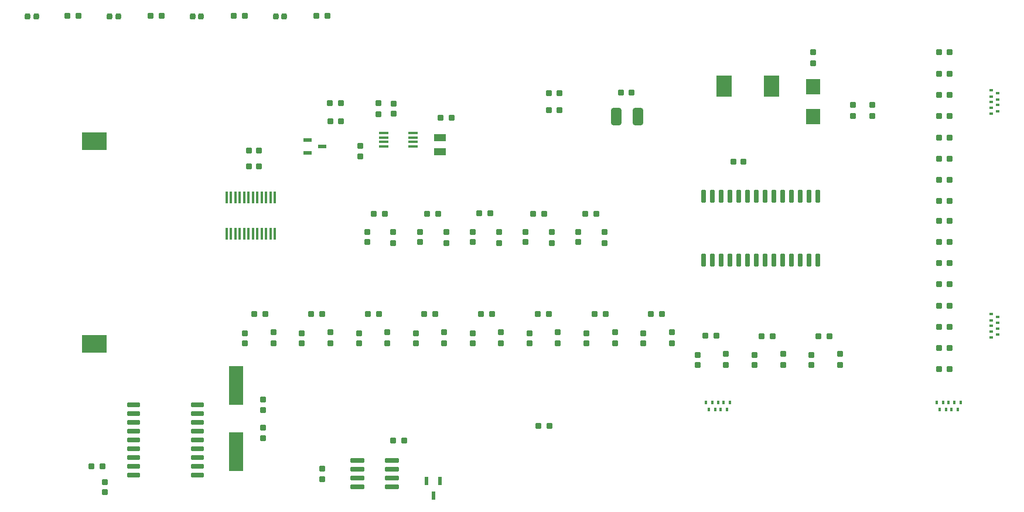
<source format=gtp>
G04*
G04 #@! TF.GenerationSoftware,Altium Limited,Altium Designer,22.11.1 (43)*
G04*
G04 Layer_Color=8421504*
%FSLAX44Y44*%
%MOMM*%
G71*
G04*
G04 #@! TF.SameCoordinates,7B4F1FB2-3D38-43E9-9EC1-43097A92C870*
G04*
G04*
G04 #@! TF.FilePolarity,Positive*
G04*
G01*
G75*
%ADD17R,2.2900X3.1200*%
G04:AMPARAMS|DCode=18|XSize=0.889mm|YSize=0.7874mm|CornerRadius=0.1535mm|HoleSize=0mm|Usage=FLASHONLY|Rotation=0.000|XOffset=0mm|YOffset=0mm|HoleType=Round|Shape=RoundedRectangle|*
%AMROUNDEDRECTD18*
21,1,0.8890,0.4803,0,0,0.0*
21,1,0.5819,0.7874,0,0,0.0*
1,1,0.3071,0.2910,-0.2402*
1,1,0.3071,-0.2910,-0.2402*
1,1,0.3071,-0.2910,0.2402*
1,1,0.3071,0.2910,0.2402*
%
%ADD18ROUNDEDRECTD18*%
G04:AMPARAMS|DCode=19|XSize=0.889mm|YSize=0.7874mm|CornerRadius=0.1535mm|HoleSize=0mm|Usage=FLASHONLY|Rotation=270.000|XOffset=0mm|YOffset=0mm|HoleType=Round|Shape=RoundedRectangle|*
%AMROUNDEDRECTD19*
21,1,0.8890,0.4803,0,0,270.0*
21,1,0.5819,0.7874,0,0,270.0*
1,1,0.3071,-0.2402,-0.2910*
1,1,0.3071,-0.2402,0.2910*
1,1,0.3071,0.2402,0.2910*
1,1,0.3071,0.2402,-0.2910*
%
%ADD19ROUNDEDRECTD19*%
G04:AMPARAMS|DCode=20|XSize=0.9mm|YSize=0.8mm|CornerRadius=0.2mm|HoleSize=0mm|Usage=FLASHONLY|Rotation=270.000|XOffset=0mm|YOffset=0mm|HoleType=Round|Shape=RoundedRectangle|*
%AMROUNDEDRECTD20*
21,1,0.9000,0.4000,0,0,270.0*
21,1,0.5000,0.8000,0,0,270.0*
1,1,0.4000,-0.2000,-0.2500*
1,1,0.4000,-0.2000,0.2500*
1,1,0.4000,0.2000,0.2500*
1,1,0.4000,0.2000,-0.2500*
%
%ADD20ROUNDEDRECTD20*%
%ADD21R,0.6000X0.3000*%
G04:AMPARAMS|DCode=22|XSize=0.889mm|YSize=0.8636mm|CornerRadius=0.1511mm|HoleSize=0mm|Usage=FLASHONLY|Rotation=270.000|XOffset=0mm|YOffset=0mm|HoleType=Round|Shape=RoundedRectangle|*
%AMROUNDEDRECTD22*
21,1,0.8890,0.5613,0,0,270.0*
21,1,0.5867,0.8636,0,0,270.0*
1,1,0.3023,-0.2807,-0.2934*
1,1,0.3023,-0.2807,0.2934*
1,1,0.3023,0.2807,0.2934*
1,1,0.3023,0.2807,-0.2934*
%
%ADD22ROUNDEDRECTD22*%
%ADD23R,0.3000X0.6000*%
G04:AMPARAMS|DCode=24|XSize=1.23mm|YSize=0.59mm|CornerRadius=0.1475mm|HoleSize=0mm|Usage=FLASHONLY|Rotation=0.000|XOffset=0mm|YOffset=0mm|HoleType=Round|Shape=RoundedRectangle|*
%AMROUNDEDRECTD24*
21,1,1.2300,0.2950,0,0,0.0*
21,1,0.9350,0.5900,0,0,0.0*
1,1,0.2950,0.4675,-0.1475*
1,1,0.2950,-0.4675,-0.1475*
1,1,0.2950,-0.4675,0.1475*
1,1,0.2950,0.4675,0.1475*
%
%ADD24ROUNDEDRECTD24*%
%ADD25R,3.6000X2.6000*%
%ADD26R,2.1000X5.6000*%
G04:AMPARAMS|DCode=27|XSize=1.64mm|YSize=0.41mm|CornerRadius=0.0513mm|HoleSize=0mm|Usage=FLASHONLY|Rotation=90.000|XOffset=0mm|YOffset=0mm|HoleType=Round|Shape=RoundedRectangle|*
%AMROUNDEDRECTD27*
21,1,1.6400,0.3075,0,0,90.0*
21,1,1.5375,0.4100,0,0,90.0*
1,1,0.1025,0.1538,0.7688*
1,1,0.1025,0.1538,-0.7688*
1,1,0.1025,-0.1538,-0.7688*
1,1,0.1025,-0.1538,0.7688*
%
%ADD27ROUNDEDRECTD27*%
G04:AMPARAMS|DCode=28|XSize=0.889mm|YSize=0.8636mm|CornerRadius=0.1511mm|HoleSize=0mm|Usage=FLASHONLY|Rotation=0.000|XOffset=0mm|YOffset=0mm|HoleType=Round|Shape=RoundedRectangle|*
%AMROUNDEDRECTD28*
21,1,0.8890,0.5613,0,0,0.0*
21,1,0.5867,0.8636,0,0,0.0*
1,1,0.3023,0.2934,-0.2807*
1,1,0.3023,-0.2934,-0.2807*
1,1,0.3023,-0.2934,0.2807*
1,1,0.3023,0.2934,0.2807*
%
%ADD28ROUNDEDRECTD28*%
G04:AMPARAMS|DCode=29|XSize=1.91mm|YSize=0.6mm|CornerRadius=0.15mm|HoleSize=0mm|Usage=FLASHONLY|Rotation=270.000|XOffset=0mm|YOffset=0mm|HoleType=Round|Shape=RoundedRectangle|*
%AMROUNDEDRECTD29*
21,1,1.9100,0.3000,0,0,270.0*
21,1,1.6100,0.6000,0,0,270.0*
1,1,0.3000,-0.1500,-0.8050*
1,1,0.3000,-0.1500,0.8050*
1,1,0.3000,0.1500,0.8050*
1,1,0.3000,0.1500,-0.8050*
%
%ADD29ROUNDEDRECTD29*%
%ADD30R,1.4732X0.4572*%
%ADD31R,1.8000X1.0000*%
G04:AMPARAMS|DCode=32|XSize=1.97mm|YSize=0.6mm|CornerRadius=0.075mm|HoleSize=0mm|Usage=FLASHONLY|Rotation=0.000|XOffset=0mm|YOffset=0mm|HoleType=Round|Shape=RoundedRectangle|*
%AMROUNDEDRECTD32*
21,1,1.9700,0.4500,0,0,0.0*
21,1,1.8200,0.6000,0,0,0.0*
1,1,0.1500,0.9100,-0.2250*
1,1,0.1500,-0.9100,-0.2250*
1,1,0.1500,-0.9100,0.2250*
1,1,0.1500,0.9100,0.2250*
%
%ADD32ROUNDEDRECTD32*%
G04:AMPARAMS|DCode=33|XSize=2.5mm|YSize=1.5mm|CornerRadius=0.3mm|HoleSize=0mm|Usage=FLASHONLY|Rotation=90.000|XOffset=0mm|YOffset=0mm|HoleType=Round|Shape=RoundedRectangle|*
%AMROUNDEDRECTD33*
21,1,2.5000,0.9000,0,0,90.0*
21,1,1.9000,1.5000,0,0,90.0*
1,1,0.6000,0.4500,0.9500*
1,1,0.6000,0.4500,-0.9500*
1,1,0.6000,-0.4500,-0.9500*
1,1,0.6000,-0.4500,0.9500*
%
%ADD33ROUNDEDRECTD33*%
%ADD34R,2.1300X2.2500*%
G04:AMPARAMS|DCode=35|XSize=1.91mm|YSize=0.6mm|CornerRadius=0.075mm|HoleSize=0mm|Usage=FLASHONLY|Rotation=180.000|XOffset=0mm|YOffset=0mm|HoleType=Round|Shape=RoundedRectangle|*
%AMROUNDEDRECTD35*
21,1,1.9100,0.4500,0,0,180.0*
21,1,1.7600,0.6000,0,0,180.0*
1,1,0.1500,-0.8800,0.2250*
1,1,0.1500,0.8800,0.2250*
1,1,0.1500,0.8800,-0.2250*
1,1,0.1500,-0.8800,-0.2250*
%
%ADD35ROUNDEDRECTD35*%
G04:AMPARAMS|DCode=36|XSize=1.23mm|YSize=0.59mm|CornerRadius=0.1475mm|HoleSize=0mm|Usage=FLASHONLY|Rotation=270.000|XOffset=0mm|YOffset=0mm|HoleType=Round|Shape=RoundedRectangle|*
%AMROUNDEDRECTD36*
21,1,1.2300,0.2950,0,0,270.0*
21,1,0.9350,0.5900,0,0,270.0*
1,1,0.2950,-0.1475,-0.4675*
1,1,0.2950,-0.1475,0.4675*
1,1,0.2950,0.1475,0.4675*
1,1,0.2950,0.1475,-0.4675*
%
%ADD36ROUNDEDRECTD36*%
D17*
X1081300Y453000D02*
D03*
X1012700D02*
D03*
D18*
X1198626Y425891D02*
D03*
Y409888D02*
D03*
X1226552Y425891D02*
D03*
Y409888D02*
D03*
X611070Y242673D02*
D03*
Y226670D02*
D03*
X687437Y242673D02*
D03*
Y226670D02*
D03*
X763803Y242673D02*
D03*
Y226670D02*
D03*
X840170Y242673D02*
D03*
Y226670D02*
D03*
X1180084Y66040D02*
D03*
Y50038D02*
D03*
X1097814Y66040D02*
D03*
Y50038D02*
D03*
X361192Y97282D02*
D03*
Y81280D02*
D03*
X534704Y242673D02*
D03*
Y226670D02*
D03*
X1015544Y66040D02*
D03*
Y50038D02*
D03*
X937083Y97282D02*
D03*
Y81280D02*
D03*
X854813Y97282D02*
D03*
Y81280D02*
D03*
X772543Y97282D02*
D03*
Y81280D02*
D03*
X690273Y97282D02*
D03*
Y81280D02*
D03*
X608003Y97282D02*
D03*
Y81280D02*
D03*
X525732Y97282D02*
D03*
Y81280D02*
D03*
X443462Y97282D02*
D03*
Y81280D02*
D03*
X512826Y412750D02*
D03*
Y428752D02*
D03*
X1141750Y502001D02*
D03*
Y485999D02*
D03*
D19*
X439674Y554856D02*
D03*
X423672D02*
D03*
X319725D02*
D03*
X303724D02*
D03*
X199777D02*
D03*
X183775D02*
D03*
X79829D02*
D03*
X63827D02*
D03*
X431788Y124079D02*
D03*
X415786D02*
D03*
X513690D02*
D03*
X497688D02*
D03*
X595592D02*
D03*
X579590D02*
D03*
X677495D02*
D03*
X661493D02*
D03*
X759397D02*
D03*
X743395D02*
D03*
X841299D02*
D03*
X825297D02*
D03*
X923202D02*
D03*
X907200D02*
D03*
X1001294Y92837D02*
D03*
X985292D02*
D03*
X1083196Y92075D02*
D03*
X1067194D02*
D03*
X1165352Y91821D02*
D03*
X1149351D02*
D03*
X349885Y124079D02*
D03*
X333884D02*
D03*
X522289Y268962D02*
D03*
X506287D02*
D03*
X1322989Y43925D02*
D03*
X1338991D02*
D03*
X1322989Y228126D02*
D03*
X1338991D02*
D03*
X1322989Y258826D02*
D03*
X1338991D02*
D03*
X1322989Y105325D02*
D03*
X1338991D02*
D03*
X1322989Y197425D02*
D03*
X1338991D02*
D03*
X1322989Y166725D02*
D03*
X1338991D02*
D03*
X1322989Y136025D02*
D03*
X1338991D02*
D03*
X1322989Y74625D02*
D03*
X1338991D02*
D03*
X1322989Y501904D02*
D03*
X1338991D02*
D03*
X1322989Y471204D02*
D03*
X1338991D02*
D03*
X1322989Y440504D02*
D03*
X1338991D02*
D03*
X1322989Y409804D02*
D03*
X1338991D02*
D03*
X1322989Y379104D02*
D03*
X1338991D02*
D03*
X1322989Y348403D02*
D03*
X1338991D02*
D03*
X1322989Y317703D02*
D03*
X1338991D02*
D03*
X1322989Y287003D02*
D03*
X1338991D02*
D03*
X443230Y428498D02*
D03*
X459232D02*
D03*
X618933Y407797D02*
D03*
X602931D02*
D03*
X760001Y-37750D02*
D03*
X743999D02*
D03*
X98679Y-96266D02*
D03*
X114681D02*
D03*
X534694Y-58928D02*
D03*
X550696D02*
D03*
X599251Y268962D02*
D03*
X583249D02*
D03*
X674689Y269216D02*
D03*
X658687D02*
D03*
X752667Y268708D02*
D03*
X736665D02*
D03*
X827978Y268962D02*
D03*
X811976D02*
D03*
D20*
X364794Y553974D02*
D03*
X376794D02*
D03*
X244845D02*
D03*
X256845D02*
D03*
X124897D02*
D03*
X136897D02*
D03*
X6350D02*
D03*
X18350D02*
D03*
D21*
X1407923Y417037D02*
D03*
Y426037D02*
D03*
Y434037D02*
D03*
Y443037D02*
D03*
X1398423Y413037D02*
D03*
Y422037D02*
D03*
Y438037D02*
D03*
Y430037D02*
D03*
Y447037D02*
D03*
X1407922Y93870D02*
D03*
Y102870D02*
D03*
Y110870D02*
D03*
Y119870D02*
D03*
X1398422Y89870D02*
D03*
Y98870D02*
D03*
Y114870D02*
D03*
Y106870D02*
D03*
Y123870D02*
D03*
D22*
X346456Y-14859D02*
D03*
Y127D02*
D03*
X573125Y227703D02*
D03*
Y242689D02*
D03*
X649491Y227703D02*
D03*
Y242689D02*
D03*
X725857Y227703D02*
D03*
Y242689D02*
D03*
X802224Y227703D02*
D03*
Y242689D02*
D03*
X896186Y81264D02*
D03*
Y96250D02*
D03*
X484835Y81264D02*
D03*
Y96250D02*
D03*
X974646Y50022D02*
D03*
Y65008D02*
D03*
X320294Y81264D02*
D03*
Y96250D02*
D03*
X813916Y81264D02*
D03*
Y96250D02*
D03*
X402565Y81264D02*
D03*
Y96250D02*
D03*
X649375Y81264D02*
D03*
Y96250D02*
D03*
X731646Y81264D02*
D03*
Y96250D02*
D03*
X567105Y81264D02*
D03*
Y96250D02*
D03*
X1056916Y50022D02*
D03*
Y65008D02*
D03*
X1139186Y50022D02*
D03*
Y65008D02*
D03*
X496758Y227703D02*
D03*
Y242689D02*
D03*
X535432Y413131D02*
D03*
Y428117D02*
D03*
X487234Y351475D02*
D03*
Y366461D02*
D03*
X117602Y-133731D02*
D03*
Y-118745D02*
D03*
X431788Y-99509D02*
D03*
Y-114495D02*
D03*
X346456Y-55753D02*
D03*
Y-40767D02*
D03*
D23*
X990808Y-13894D02*
D03*
X999808D02*
D03*
X1007808D02*
D03*
X1016808D02*
D03*
X986808Y-4394D02*
D03*
X995808D02*
D03*
X1011808D02*
D03*
X1003808D02*
D03*
X1020808D02*
D03*
X1324310Y-13894D02*
D03*
X1333310D02*
D03*
X1341310D02*
D03*
X1350310D02*
D03*
X1320310Y-4394D02*
D03*
X1329310D02*
D03*
X1345310D02*
D03*
X1337310D02*
D03*
X1354310D02*
D03*
D24*
X431986Y366014D02*
D03*
X410786Y356514D02*
D03*
Y375514D02*
D03*
D25*
X102870Y373576D02*
D03*
Y80576D02*
D03*
D26*
X307594Y-74678D02*
D03*
Y20322D02*
D03*
D27*
X293497Y239969D02*
D03*
X299847D02*
D03*
X306197D02*
D03*
X312547D02*
D03*
X318897D02*
D03*
X325247D02*
D03*
X331597D02*
D03*
X337947D02*
D03*
X344297D02*
D03*
X350647D02*
D03*
X356997D02*
D03*
X363347D02*
D03*
Y292669D02*
D03*
X356997D02*
D03*
X350647D02*
D03*
X344297D02*
D03*
X337947D02*
D03*
X331597D02*
D03*
X325247D02*
D03*
X318897D02*
D03*
X312547D02*
D03*
X306197D02*
D03*
X299847D02*
D03*
X293497D02*
D03*
D28*
X325628Y360365D02*
D03*
X340614D02*
D03*
X340614Y337124D02*
D03*
X325628D02*
D03*
X1026033Y343916D02*
D03*
X1041019D02*
D03*
X444119Y402336D02*
D03*
X459105D02*
D03*
X774815Y418592D02*
D03*
X759828D02*
D03*
X774815Y443230D02*
D03*
X759828D02*
D03*
X863727Y443484D02*
D03*
X878713D02*
D03*
D29*
X1147826Y202058D02*
D03*
X1135126D02*
D03*
X1122426D02*
D03*
X1109726D02*
D03*
X1097026D02*
D03*
X1084326D02*
D03*
X1071626D02*
D03*
X1058926D02*
D03*
X1046226D02*
D03*
X1033526D02*
D03*
X1020826D02*
D03*
X1008126D02*
D03*
X995426D02*
D03*
X982726D02*
D03*
Y294258D02*
D03*
X995426D02*
D03*
X1008126D02*
D03*
X1020826D02*
D03*
X1033526D02*
D03*
X1046226D02*
D03*
X1058926D02*
D03*
X1071626D02*
D03*
X1084326D02*
D03*
X1097026D02*
D03*
X1109726D02*
D03*
X1122426D02*
D03*
X1135126D02*
D03*
X1147826D02*
D03*
D30*
X562672Y366014D02*
D03*
Y372364D02*
D03*
Y378968D02*
D03*
Y385318D02*
D03*
X521016D02*
D03*
Y378968D02*
D03*
Y372364D02*
D03*
Y366014D02*
D03*
D31*
X601980Y358554D02*
D03*
Y378554D02*
D03*
D32*
X532192Y-87884D02*
D03*
Y-100584D02*
D03*
Y-113284D02*
D03*
Y-125984D02*
D03*
X482792D02*
D03*
Y-113284D02*
D03*
Y-100584D02*
D03*
Y-87884D02*
D03*
D33*
X856490Y409448D02*
D03*
X888490D02*
D03*
D34*
X1141750Y452522D02*
D03*
Y409021D02*
D03*
D35*
X159386Y-108966D02*
D03*
Y-96266D02*
D03*
Y-83566D02*
D03*
Y-70866D02*
D03*
Y-58166D02*
D03*
Y-45466D02*
D03*
Y-32766D02*
D03*
Y-20066D02*
D03*
Y-7366D02*
D03*
X251586D02*
D03*
Y-20066D02*
D03*
Y-32766D02*
D03*
Y-45466D02*
D03*
Y-58166D02*
D03*
Y-70866D02*
D03*
Y-83566D02*
D03*
Y-96266D02*
D03*
Y-108966D02*
D03*
D36*
X601828Y-117162D02*
D03*
X582828D02*
D03*
X592328Y-138362D02*
D03*
M02*

</source>
